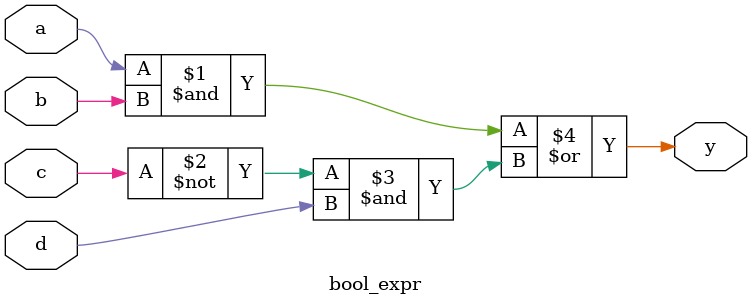
<source format=v>
`timescale 1ns / 1ps

module bool_expr(
    input a, b, c, d,
    output y
);

    assign y = (a & b) | ((~c) & d);

endmodule

</source>
